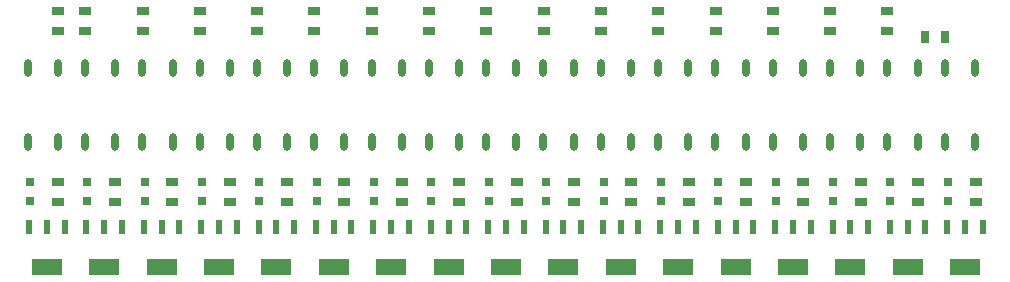
<source format=gbp>
G04*
G04 #@! TF.GenerationSoftware,Altium Limited,Altium Designer,19.0.4 (130)*
G04*
G04 Layer_Color=128*
%FSTAX24Y24*%
%MOIN*%
G70*
G01*
G75*
%ADD20R,0.0304X0.0433*%
%ADD26R,0.0433X0.0304*%
%ADD28O,0.0236X0.0602*%
%ADD29R,0.0315X0.0315*%
%ADD68R,0.0225X0.0472*%
%ADD69R,0.1000X0.0572*%
D20*
X031224Y0187D02*
D03*
X030554D02*
D03*
D26*
X00164Y0189D02*
D03*
Y01957D02*
D03*
X01593D02*
D03*
Y0189D02*
D03*
X03224Y013863D02*
D03*
Y013193D02*
D03*
X01694Y013863D02*
D03*
Y013193D02*
D03*
X0293Y01957D02*
D03*
Y0189D02*
D03*
X01402Y01957D02*
D03*
Y0189D02*
D03*
X030327Y013863D02*
D03*
Y013193D02*
D03*
X015027Y013863D02*
D03*
Y013193D02*
D03*
X02739Y01957D02*
D03*
Y0189D02*
D03*
X01211Y01957D02*
D03*
Y0189D02*
D03*
X028415Y013863D02*
D03*
Y013193D02*
D03*
X013115Y013863D02*
D03*
Y013193D02*
D03*
X02548Y01957D02*
D03*
Y0189D02*
D03*
X0102Y01957D02*
D03*
Y0189D02*
D03*
X026502Y013863D02*
D03*
Y013193D02*
D03*
X011202Y013863D02*
D03*
Y013193D02*
D03*
X02357Y01957D02*
D03*
Y0189D02*
D03*
X00829Y01957D02*
D03*
Y0189D02*
D03*
X02459Y013863D02*
D03*
Y013193D02*
D03*
X00929Y013863D02*
D03*
Y013193D02*
D03*
X02166Y01957D02*
D03*
Y0189D02*
D03*
X00638Y01957D02*
D03*
Y0189D02*
D03*
X022677Y013863D02*
D03*
Y013193D02*
D03*
X007377Y013863D02*
D03*
Y013193D02*
D03*
X01975Y01957D02*
D03*
Y0189D02*
D03*
X00447Y01957D02*
D03*
Y0189D02*
D03*
X020765Y013863D02*
D03*
Y013193D02*
D03*
X005465Y013863D02*
D03*
Y013193D02*
D03*
X01784Y01957D02*
D03*
Y0189D02*
D03*
X00256Y01957D02*
D03*
Y0189D02*
D03*
X018852Y013863D02*
D03*
Y013193D02*
D03*
X003552Y013863D02*
D03*
Y013193D02*
D03*
X00164Y013863D02*
D03*
Y013193D02*
D03*
D28*
X03121Y015203D02*
D03*
X03222Y015193D02*
D03*
Y017673D02*
D03*
X03121Y017683D02*
D03*
X029299Y015203D02*
D03*
X030309Y015193D02*
D03*
Y017673D02*
D03*
X029299Y017683D02*
D03*
X027389Y015203D02*
D03*
X028399Y015193D02*
D03*
Y017673D02*
D03*
X027389Y017683D02*
D03*
X025478Y015203D02*
D03*
X026488Y015193D02*
D03*
Y017673D02*
D03*
X025478Y017683D02*
D03*
X023568Y015203D02*
D03*
X024578Y015193D02*
D03*
Y017673D02*
D03*
X023568Y017683D02*
D03*
X021657Y015203D02*
D03*
X022667Y015193D02*
D03*
Y017673D02*
D03*
X021657Y017683D02*
D03*
X019746Y015203D02*
D03*
X020756Y015193D02*
D03*
Y017673D02*
D03*
X019746Y017683D02*
D03*
X017836Y015203D02*
D03*
X018846Y015193D02*
D03*
Y017673D02*
D03*
X017836Y017683D02*
D03*
X015925Y015203D02*
D03*
X016935Y015193D02*
D03*
Y017673D02*
D03*
X015925Y017683D02*
D03*
X014014Y015203D02*
D03*
X015024Y015193D02*
D03*
Y017673D02*
D03*
X014014Y017683D02*
D03*
X012104Y015203D02*
D03*
X013114Y015193D02*
D03*
Y017673D02*
D03*
X012104Y017683D02*
D03*
X010193Y015203D02*
D03*
X011203Y015193D02*
D03*
Y017673D02*
D03*
X010193Y017683D02*
D03*
X008282Y015203D02*
D03*
X009293Y015193D02*
D03*
Y017673D02*
D03*
X008282Y017683D02*
D03*
X006372Y015203D02*
D03*
X007382Y015193D02*
D03*
Y017673D02*
D03*
X006372Y017683D02*
D03*
X004461Y015203D02*
D03*
X005471Y015193D02*
D03*
Y017673D02*
D03*
X004461Y017683D02*
D03*
X002551Y015203D02*
D03*
X003561Y015193D02*
D03*
Y017673D02*
D03*
X002551Y017683D02*
D03*
X00064Y015203D02*
D03*
X00165Y015193D02*
D03*
Y017673D02*
D03*
X00064Y017683D02*
D03*
D29*
X03131Y013225D02*
D03*
Y013855D02*
D03*
X016015Y013225D02*
D03*
Y013855D02*
D03*
X029398Y013225D02*
D03*
Y013855D02*
D03*
X014103Y013225D02*
D03*
Y013855D02*
D03*
X027486Y013225D02*
D03*
Y013855D02*
D03*
X012191Y013225D02*
D03*
Y013855D02*
D03*
X025574Y013225D02*
D03*
Y013855D02*
D03*
X010279Y013225D02*
D03*
Y013855D02*
D03*
X023663Y013225D02*
D03*
Y013855D02*
D03*
X008367Y013225D02*
D03*
Y013855D02*
D03*
X021751Y013225D02*
D03*
Y013855D02*
D03*
X006456Y013225D02*
D03*
Y013855D02*
D03*
X019839Y013225D02*
D03*
Y013855D02*
D03*
X004544Y013225D02*
D03*
Y013855D02*
D03*
X017927Y013225D02*
D03*
Y013855D02*
D03*
X002632Y013225D02*
D03*
Y013855D02*
D03*
X00072Y013225D02*
D03*
Y013855D02*
D03*
D68*
X03248Y01236D02*
D03*
X03189Y01237D02*
D03*
X0313Y01236D02*
D03*
X030567D02*
D03*
X029977Y01237D02*
D03*
X029387Y01236D02*
D03*
X028654D02*
D03*
X028064Y01237D02*
D03*
X027474Y01236D02*
D03*
X026741D02*
D03*
X026151Y01237D02*
D03*
X025561Y01236D02*
D03*
X024827D02*
D03*
X024237Y01237D02*
D03*
X023647Y01236D02*
D03*
X022914D02*
D03*
X022324Y01237D02*
D03*
X021734Y01236D02*
D03*
X021001D02*
D03*
X020411Y01237D02*
D03*
X019821Y01236D02*
D03*
X019088D02*
D03*
X018498Y01237D02*
D03*
X017908Y01236D02*
D03*
X017175D02*
D03*
X016585Y01237D02*
D03*
X015995Y01236D02*
D03*
X015262D02*
D03*
X014672Y01237D02*
D03*
X014082Y01236D02*
D03*
X013349D02*
D03*
X012759Y01237D02*
D03*
X012169Y01236D02*
D03*
X011436D02*
D03*
X010846Y01237D02*
D03*
X010256Y01236D02*
D03*
X009523D02*
D03*
X008932Y01237D02*
D03*
X008342Y01236D02*
D03*
X007609D02*
D03*
X007019Y01237D02*
D03*
X006429Y01236D02*
D03*
X005696D02*
D03*
X005106Y01237D02*
D03*
X004516Y01236D02*
D03*
X003783D02*
D03*
X003193Y01237D02*
D03*
X002603Y01236D02*
D03*
X00187D02*
D03*
X00128Y01237D02*
D03*
X00069Y01236D02*
D03*
D69*
X03189Y011048D02*
D03*
X029977D02*
D03*
X028064D02*
D03*
X026151D02*
D03*
X024237D02*
D03*
X022324D02*
D03*
X020411D02*
D03*
X018498D02*
D03*
X016585D02*
D03*
X014672D02*
D03*
X012759D02*
D03*
X010846D02*
D03*
X008932D02*
D03*
X007019D02*
D03*
X005106D02*
D03*
X003193D02*
D03*
X00128D02*
D03*
M02*

</source>
